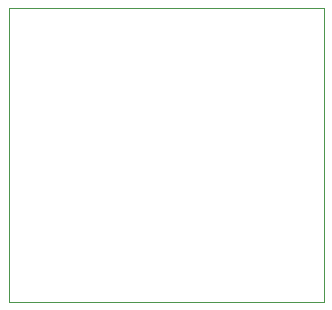
<source format=gm1>
%TF.GenerationSoftware,KiCad,Pcbnew,7.0.5*%
%TF.CreationDate,2023-06-11T19:33:25+08:00*%
%TF.ProjectId,DiveCAN Head,44697665-4341-44e2-9048-6561642e6b69,rev?*%
%TF.SameCoordinates,Original*%
%TF.FileFunction,Profile,NP*%
%FSLAX46Y46*%
G04 Gerber Fmt 4.6, Leading zero omitted, Abs format (unit mm)*
G04 Created by KiCad (PCBNEW 7.0.5) date 2023-06-11 19:33:25*
%MOMM*%
%LPD*%
G01*
G04 APERTURE LIST*
%TA.AperFunction,Profile*%
%ADD10C,0.100000*%
%TD*%
G04 APERTURE END LIST*
D10*
X100050000Y-92150000D02*
X126750000Y-92150000D01*
X126750000Y-117050000D01*
X100050000Y-117050000D01*
X100050000Y-92150000D01*
M02*

</source>
